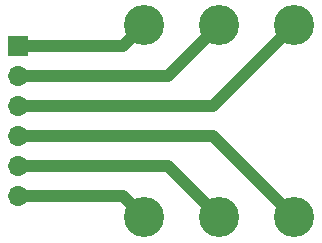
<source format=gbr>
%TF.GenerationSoftware,KiCad,Pcbnew,(6.0.1)*%
%TF.CreationDate,2022-04-11T23:27:34-04:00*%
%TF.ProjectId,TRS_Breakout,5452535f-4272-4656-916b-6f75742e6b69,rev?*%
%TF.SameCoordinates,Original*%
%TF.FileFunction,Copper,L1,Top*%
%TF.FilePolarity,Positive*%
%FSLAX46Y46*%
G04 Gerber Fmt 4.6, Leading zero omitted, Abs format (unit mm)*
G04 Created by KiCad (PCBNEW (6.0.1)) date 2022-04-11 23:27:34*
%MOMM*%
%LPD*%
G01*
G04 APERTURE LIST*
%TA.AperFunction,ComponentPad*%
%ADD10R,1.700000X1.700000*%
%TD*%
%TA.AperFunction,ComponentPad*%
%ADD11O,1.700000X1.700000*%
%TD*%
%TA.AperFunction,ComponentPad*%
%ADD12C,3.400000*%
%TD*%
%TA.AperFunction,Conductor*%
%ADD13C,1.000000*%
%TD*%
G04 APERTURE END LIST*
D10*
%TO.P,J2,1,Pin_1*%
%TO.N,Net-(J1-PadT)*%
X117921875Y-96520000D03*
D11*
%TO.P,J2,2,Pin_2*%
%TO.N,Net-(J1-PadR)*%
X117921875Y-99060000D03*
%TO.P,J2,3,Pin_3*%
%TO.N,Net-(J1-PadS)*%
X117921875Y-101600000D03*
%TO.P,J2,4,Pin_4*%
%TO.N,Net-(J1-PadSN)*%
X117921875Y-104140000D03*
%TO.P,J2,5,Pin_5*%
%TO.N,Net-(J1-PadRN)*%
X117921875Y-106680000D03*
%TO.P,J2,6,Pin_6*%
%TO.N,Net-(J1-PadTN)*%
X117921875Y-109220000D03*
%TD*%
D12*
%TO.P,J1,R*%
%TO.N,Net-(J1-PadR)*%
X134987500Y-94755000D03*
%TO.P,J1,RN*%
%TO.N,Net-(J1-PadRN)*%
X134987500Y-110985000D03*
%TO.P,J1,S*%
%TO.N,Net-(J1-PadS)*%
X141337500Y-94755000D03*
%TO.P,J1,SN*%
%TO.N,Net-(J1-PadSN)*%
X141337500Y-110985000D03*
%TO.P,J1,T*%
%TO.N,Net-(J1-PadT)*%
X128637500Y-94755000D03*
%TO.P,J1,TN*%
%TO.N,Net-(J1-PadTN)*%
X128637500Y-110985000D03*
%TD*%
D13*
%TO.N,Net-(J1-PadR)*%
X117921875Y-99060000D02*
X130682500Y-99060000D01*
X130682500Y-99060000D02*
X134987500Y-94755000D01*
%TO.N,Net-(J1-PadRN)*%
X117921875Y-106680000D02*
X130682500Y-106680000D01*
X130682500Y-106680000D02*
X134987500Y-110985000D01*
%TO.N,Net-(J1-PadS)*%
X141337500Y-94755000D02*
X134492500Y-101600000D01*
X134492500Y-101600000D02*
X117921875Y-101600000D01*
%TO.N,Net-(J1-PadSN)*%
X117921875Y-104140000D02*
X134492500Y-104140000D01*
X134492500Y-104140000D02*
X141337500Y-110985000D01*
%TO.N,Net-(J1-PadT)*%
X126872500Y-96520000D02*
X128637500Y-94755000D01*
X117921875Y-96520000D02*
X126872500Y-96520000D01*
%TO.N,Net-(J1-PadTN)*%
X126872500Y-109220000D02*
X128637500Y-110985000D01*
X117921875Y-109220000D02*
X126872500Y-109220000D01*
%TD*%
M02*

</source>
